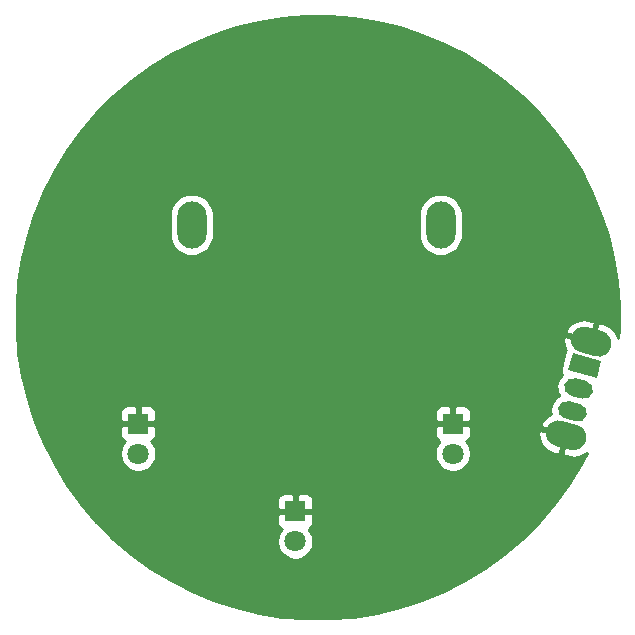
<source format=gbr>
%TF.GenerationSoftware,KiCad,Pcbnew,(5.1.8)-1*%
%TF.CreationDate,2022-03-30T16:17:14-07:00*%
%TF.ProjectId,Alpenglow_ChillySnowCloud_AllSilver_PCB,416c7065-6e67-46c6-9f77-5f4368696c6c,rev?*%
%TF.SameCoordinates,Original*%
%TF.FileFunction,Copper,L1,Top*%
%TF.FilePolarity,Positive*%
%FSLAX46Y46*%
G04 Gerber Fmt 4.6, Leading zero omitted, Abs format (unit mm)*
G04 Created by KiCad (PCBNEW (5.1.8)-1) date 2022-03-30 16:17:14*
%MOMM*%
%LPD*%
G01*
G04 APERTURE LIST*
%TA.AperFunction,ComponentPad*%
%ADD10C,0.100000*%
%TD*%
%TA.AperFunction,ComponentPad*%
%ADD11O,2.500000X4.000000*%
%TD*%
%TA.AperFunction,ComponentPad*%
%ADD12R,1.800000X1.800000*%
%TD*%
%TA.AperFunction,ComponentPad*%
%ADD13C,1.800000*%
%TD*%
%TA.AperFunction,Conductor*%
%ADD14C,0.254000*%
%TD*%
%TA.AperFunction,Conductor*%
%ADD15C,0.100000*%
%TD*%
G04 APERTURE END LIST*
%TO.P,SW1,*%
%TO.N,GND*%
%TA.AperFunction,ComponentPad*%
G36*
G01*
X131978053Y-109161398D02*
X133233757Y-109497862D01*
G75*
G02*
X134011574Y-110845081I-284701J-1062518D01*
G01*
X134011574Y-110845081D01*
G75*
G02*
X132664355Y-111622898I-1062518J284701D01*
G01*
X131408651Y-111286434D01*
G75*
G02*
X130630834Y-109939215I284701J1062518D01*
G01*
X130630834Y-109939215D01*
G75*
G02*
X131978053Y-109161398I1062518J-284701D01*
G01*
G37*
%TD.AperFunction*%
%TA.AperFunction,ComponentPad*%
G36*
G01*
X134100369Y-101240806D02*
X135356073Y-101577270D01*
G75*
G02*
X136133890Y-102924489I-284701J-1062518D01*
G01*
X136133890Y-102924489D01*
G75*
G02*
X134786671Y-103702306I-1062518J284701D01*
G01*
X133530967Y-103365842D01*
G75*
G02*
X132753150Y-102018623I284701J1062518D01*
G01*
X132753150Y-102018623D01*
G75*
G02*
X134100369Y-101240806I1062518J-284701D01*
G01*
G37*
%TD.AperFunction*%
%TO.P,SW1,3*%
%TO.N,/LED+*%
%TA.AperFunction,ComponentPad*%
G36*
G01*
X132575875Y-107509849D02*
X133541801Y-107768669D01*
G75*
G02*
X134072131Y-108687227I-194114J-724444D01*
G01*
X134072131Y-108687227D01*
G75*
G02*
X133153573Y-109217557I-724444J194114D01*
G01*
X132187647Y-108958737D01*
G75*
G02*
X131657317Y-108040179I194114J724444D01*
G01*
X131657317Y-108040179D01*
G75*
G02*
X132575875Y-107509849I724444J-194114D01*
G01*
G37*
%TD.AperFunction*%
%TO.P,SW1,2*%
%TO.N,VCC*%
%TA.AperFunction,ComponentPad*%
G36*
G01*
X133093513Y-105577998D02*
X134059439Y-105836818D01*
G75*
G02*
X134589769Y-106755376I-194114J-724444D01*
G01*
X134589769Y-106755376D01*
G75*
G02*
X133671211Y-107285706I-724444J194114D01*
G01*
X132705285Y-107026886D01*
G75*
G02*
X132174955Y-106108328I194114J724444D01*
G01*
X132174955Y-106108328D01*
G75*
G02*
X133093513Y-105577998I724444J-194114D01*
G01*
G37*
%TD.AperFunction*%
%TA.AperFunction,ComponentPad*%
D10*
%TO.P,SW1,1*%
%TO.N,Net-(SW1-Pad1)*%
G36*
X132886707Y-103452032D02*
G01*
X135301522Y-104099079D01*
X134913293Y-105547968D01*
X132498478Y-104900921D01*
X132886707Y-103452032D01*
G37*
%TD.AperFunction*%
%TD*%
D11*
%TO.P,BT1,1*%
%TO.N,VCC*%
X121716800Y-92583000D03*
X100634800Y-92583000D03*
%TD*%
D12*
%TO.P,D1,1*%
%TO.N,GND*%
X96088200Y-109397800D03*
D13*
%TO.P,D1,2*%
%TO.N,/LED+*%
X96088200Y-111937800D03*
%TD*%
D12*
%TO.P,D2,1*%
%TO.N,GND*%
X109397800Y-116840000D03*
D13*
%TO.P,D2,2*%
%TO.N,/LED+*%
X109397800Y-119380000D03*
%TD*%
%TO.P,D3,2*%
%TO.N,/LED+*%
X122732800Y-111937800D03*
D12*
%TO.P,D3,1*%
%TO.N,GND*%
X122732800Y-109397800D03*
%TD*%
D14*
%TO.N,GND*%
X114298884Y-75062553D02*
X116277593Y-75375950D01*
X118225613Y-75843628D01*
X120130934Y-76462705D01*
X121981810Y-77229363D01*
X123766829Y-78138875D01*
X125474986Y-79185635D01*
X127095749Y-80363188D01*
X128619126Y-81664275D01*
X130035725Y-83080874D01*
X131336812Y-84604251D01*
X132514365Y-86225014D01*
X133561125Y-87933171D01*
X134470637Y-89718190D01*
X135237295Y-91569066D01*
X135856372Y-93474387D01*
X136324050Y-95422407D01*
X136637447Y-97401116D01*
X136794629Y-99398313D01*
X136794629Y-101401687D01*
X136735759Y-102149703D01*
X136637426Y-101882274D01*
X136459551Y-101591307D01*
X136228328Y-101340633D01*
X135952645Y-101139885D01*
X135643095Y-100996777D01*
X135015244Y-100828545D01*
X134599063Y-102381753D01*
X134618382Y-102386929D01*
X134552641Y-102632275D01*
X134533323Y-102627099D01*
X134528147Y-102646418D01*
X134282801Y-102580677D01*
X134287977Y-102561359D01*
X132265208Y-102019359D01*
X132081527Y-102248757D01*
X132078936Y-102403872D01*
X132131922Y-102740760D01*
X132249614Y-103060838D01*
X132315345Y-103168361D01*
X132314438Y-103169820D01*
X132270377Y-103286887D01*
X131882148Y-104735776D01*
X131861772Y-104859189D01*
X131865865Y-104984206D01*
X131894268Y-105106023D01*
X131945892Y-105219957D01*
X131976127Y-105262150D01*
X131795290Y-105455228D01*
X131651221Y-105686908D01*
X131555120Y-105942243D01*
X131510678Y-106211419D01*
X131519605Y-106484094D01*
X131581555Y-106749788D01*
X131694151Y-106998291D01*
X131708768Y-107018689D01*
X131685912Y-107029045D01*
X131464150Y-107187956D01*
X131277652Y-107387079D01*
X131133583Y-107618759D01*
X131037482Y-107874094D01*
X130993040Y-108143270D01*
X131001967Y-108415945D01*
X131047626Y-108611769D01*
X131015395Y-108621815D01*
X130715867Y-108784862D01*
X130453904Y-109003211D01*
X130239572Y-109268472D01*
X130164258Y-109404100D01*
X130208632Y-109694606D01*
X132231401Y-110236605D01*
X132236577Y-110217286D01*
X132481923Y-110283027D01*
X132476747Y-110302345D01*
X132496066Y-110307521D01*
X132430325Y-110552867D01*
X132411007Y-110547691D01*
X131994826Y-112100899D01*
X132622677Y-112269132D01*
X132962309Y-112299972D01*
X133301432Y-112263960D01*
X133627013Y-112162481D01*
X133926541Y-111999434D01*
X134059590Y-111888537D01*
X133561125Y-112866829D01*
X132514365Y-114574986D01*
X131336812Y-116195749D01*
X130035725Y-117719126D01*
X128619126Y-119135725D01*
X127095749Y-120436812D01*
X125474986Y-121614365D01*
X123766829Y-122661125D01*
X121981810Y-123570637D01*
X120130934Y-124337295D01*
X118225613Y-124956372D01*
X116277593Y-125424050D01*
X114298884Y-125737447D01*
X112301687Y-125894629D01*
X110298313Y-125894629D01*
X108301116Y-125737447D01*
X106322407Y-125424050D01*
X104374387Y-124956372D01*
X102469066Y-124337295D01*
X100618190Y-123570637D01*
X98833171Y-122661125D01*
X97125014Y-121614365D01*
X95504251Y-120436812D01*
X93980874Y-119135725D01*
X92585149Y-117740000D01*
X107859728Y-117740000D01*
X107871988Y-117864482D01*
X107908298Y-117984180D01*
X107967263Y-118094494D01*
X108046615Y-118191185D01*
X108143306Y-118270537D01*
X108253620Y-118329502D01*
X108271927Y-118335056D01*
X108205488Y-118401495D01*
X108037501Y-118652905D01*
X107921789Y-118932257D01*
X107862800Y-119228816D01*
X107862800Y-119531184D01*
X107921789Y-119827743D01*
X108037501Y-120107095D01*
X108205488Y-120358505D01*
X108419295Y-120572312D01*
X108670705Y-120740299D01*
X108950057Y-120856011D01*
X109246616Y-120915000D01*
X109548984Y-120915000D01*
X109845543Y-120856011D01*
X110124895Y-120740299D01*
X110376305Y-120572312D01*
X110590112Y-120358505D01*
X110758099Y-120107095D01*
X110873811Y-119827743D01*
X110932800Y-119531184D01*
X110932800Y-119228816D01*
X110873811Y-118932257D01*
X110758099Y-118652905D01*
X110590112Y-118401495D01*
X110523673Y-118335056D01*
X110541980Y-118329502D01*
X110652294Y-118270537D01*
X110748985Y-118191185D01*
X110828337Y-118094494D01*
X110887302Y-117984180D01*
X110923612Y-117864482D01*
X110935872Y-117740000D01*
X110932800Y-117125750D01*
X110774050Y-116967000D01*
X109524800Y-116967000D01*
X109524800Y-116987000D01*
X109270800Y-116987000D01*
X109270800Y-116967000D01*
X108021550Y-116967000D01*
X107862800Y-117125750D01*
X107859728Y-117740000D01*
X92585149Y-117740000D01*
X92564275Y-117719126D01*
X91263188Y-116195749D01*
X91077376Y-115940000D01*
X107859728Y-115940000D01*
X107862800Y-116554250D01*
X108021550Y-116713000D01*
X109270800Y-116713000D01*
X109270800Y-115463750D01*
X109524800Y-115463750D01*
X109524800Y-116713000D01*
X110774050Y-116713000D01*
X110932800Y-116554250D01*
X110935872Y-115940000D01*
X110923612Y-115815518D01*
X110887302Y-115695820D01*
X110828337Y-115585506D01*
X110748985Y-115488815D01*
X110652294Y-115409463D01*
X110541980Y-115350498D01*
X110422282Y-115314188D01*
X110297800Y-115301928D01*
X109683550Y-115305000D01*
X109524800Y-115463750D01*
X109270800Y-115463750D01*
X109112050Y-115305000D01*
X108497800Y-115301928D01*
X108373318Y-115314188D01*
X108253620Y-115350498D01*
X108143306Y-115409463D01*
X108046615Y-115488815D01*
X107967263Y-115585506D01*
X107908298Y-115695820D01*
X107871988Y-115815518D01*
X107859728Y-115940000D01*
X91077376Y-115940000D01*
X90085635Y-114574986D01*
X89038875Y-112866829D01*
X88129363Y-111081810D01*
X87804616Y-110297800D01*
X94550128Y-110297800D01*
X94562388Y-110422282D01*
X94598698Y-110541980D01*
X94657663Y-110652294D01*
X94737015Y-110748985D01*
X94833706Y-110828337D01*
X94944020Y-110887302D01*
X94962327Y-110892856D01*
X94895888Y-110959295D01*
X94727901Y-111210705D01*
X94612189Y-111490057D01*
X94553200Y-111786616D01*
X94553200Y-112088984D01*
X94612189Y-112385543D01*
X94727901Y-112664895D01*
X94895888Y-112916305D01*
X95109695Y-113130112D01*
X95361105Y-113298099D01*
X95640457Y-113413811D01*
X95937016Y-113472800D01*
X96239384Y-113472800D01*
X96535943Y-113413811D01*
X96815295Y-113298099D01*
X97066705Y-113130112D01*
X97280512Y-112916305D01*
X97448499Y-112664895D01*
X97564211Y-112385543D01*
X97623200Y-112088984D01*
X97623200Y-111786616D01*
X97564211Y-111490057D01*
X97448499Y-111210705D01*
X97280512Y-110959295D01*
X97214073Y-110892856D01*
X97232380Y-110887302D01*
X97342694Y-110828337D01*
X97439385Y-110748985D01*
X97518737Y-110652294D01*
X97577702Y-110541980D01*
X97614012Y-110422282D01*
X97626272Y-110297800D01*
X121194728Y-110297800D01*
X121206988Y-110422282D01*
X121243298Y-110541980D01*
X121302263Y-110652294D01*
X121381615Y-110748985D01*
X121478306Y-110828337D01*
X121588620Y-110887302D01*
X121606927Y-110892856D01*
X121540488Y-110959295D01*
X121372501Y-111210705D01*
X121256789Y-111490057D01*
X121197800Y-111786616D01*
X121197800Y-112088984D01*
X121256789Y-112385543D01*
X121372501Y-112664895D01*
X121540488Y-112916305D01*
X121754295Y-113130112D01*
X122005705Y-113298099D01*
X122285057Y-113413811D01*
X122581616Y-113472800D01*
X122883984Y-113472800D01*
X123180543Y-113413811D01*
X123459895Y-113298099D01*
X123711305Y-113130112D01*
X123925112Y-112916305D01*
X124093099Y-112664895D01*
X124208811Y-112385543D01*
X124267800Y-112088984D01*
X124267800Y-111786616D01*
X124208811Y-111490057D01*
X124093099Y-111210705D01*
X123925112Y-110959295D01*
X123858673Y-110892856D01*
X123876980Y-110887302D01*
X123987294Y-110828337D01*
X124083985Y-110748985D01*
X124163337Y-110652294D01*
X124222302Y-110541980D01*
X124258612Y-110422282D01*
X124268245Y-110324464D01*
X129956620Y-110324464D01*
X130009606Y-110661352D01*
X130127298Y-110981430D01*
X130305173Y-111272397D01*
X130536396Y-111523071D01*
X130812079Y-111723819D01*
X131121629Y-111866927D01*
X131749480Y-112035159D01*
X132165661Y-110481951D01*
X130142892Y-109939951D01*
X129959211Y-110169349D01*
X129956620Y-110324464D01*
X124268245Y-110324464D01*
X124270872Y-110297800D01*
X124267800Y-109683550D01*
X124109050Y-109524800D01*
X122859800Y-109524800D01*
X122859800Y-109544800D01*
X122605800Y-109544800D01*
X122605800Y-109524800D01*
X121356550Y-109524800D01*
X121197800Y-109683550D01*
X121194728Y-110297800D01*
X97626272Y-110297800D01*
X97623200Y-109683550D01*
X97464450Y-109524800D01*
X96215200Y-109524800D01*
X96215200Y-109544800D01*
X95961200Y-109544800D01*
X95961200Y-109524800D01*
X94711950Y-109524800D01*
X94553200Y-109683550D01*
X94550128Y-110297800D01*
X87804616Y-110297800D01*
X87362705Y-109230934D01*
X87124496Y-108497800D01*
X94550128Y-108497800D01*
X94553200Y-109112050D01*
X94711950Y-109270800D01*
X95961200Y-109270800D01*
X95961200Y-108021550D01*
X96215200Y-108021550D01*
X96215200Y-109270800D01*
X97464450Y-109270800D01*
X97623200Y-109112050D01*
X97626272Y-108497800D01*
X121194728Y-108497800D01*
X121197800Y-109112050D01*
X121356550Y-109270800D01*
X122605800Y-109270800D01*
X122605800Y-108021550D01*
X122859800Y-108021550D01*
X122859800Y-109270800D01*
X124109050Y-109270800D01*
X124267800Y-109112050D01*
X124270872Y-108497800D01*
X124258612Y-108373318D01*
X124222302Y-108253620D01*
X124163337Y-108143306D01*
X124083985Y-108046615D01*
X123987294Y-107967263D01*
X123876980Y-107908298D01*
X123757282Y-107871988D01*
X123632800Y-107859728D01*
X123018550Y-107862800D01*
X122859800Y-108021550D01*
X122605800Y-108021550D01*
X122447050Y-107862800D01*
X121832800Y-107859728D01*
X121708318Y-107871988D01*
X121588620Y-107908298D01*
X121478306Y-107967263D01*
X121381615Y-108046615D01*
X121302263Y-108143306D01*
X121243298Y-108253620D01*
X121206988Y-108373318D01*
X121194728Y-108497800D01*
X97626272Y-108497800D01*
X97614012Y-108373318D01*
X97577702Y-108253620D01*
X97518737Y-108143306D01*
X97439385Y-108046615D01*
X97342694Y-107967263D01*
X97232380Y-107908298D01*
X97112682Y-107871988D01*
X96988200Y-107859728D01*
X96373950Y-107862800D01*
X96215200Y-108021550D01*
X95961200Y-108021550D01*
X95802450Y-107862800D01*
X95188200Y-107859728D01*
X95063718Y-107871988D01*
X94944020Y-107908298D01*
X94833706Y-107967263D01*
X94737015Y-108046615D01*
X94657663Y-108143306D01*
X94598698Y-108253620D01*
X94562388Y-108373318D01*
X94550128Y-108497800D01*
X87124496Y-108497800D01*
X86743628Y-107325613D01*
X86275950Y-105377593D01*
X85962553Y-103398884D01*
X85811811Y-101483508D01*
X132286574Y-101483508D01*
X132330948Y-101774014D01*
X134353717Y-102316013D01*
X134769898Y-100762805D01*
X134142047Y-100594572D01*
X133802415Y-100563732D01*
X133463292Y-100599744D01*
X133137711Y-100701223D01*
X132838183Y-100864270D01*
X132576220Y-101082619D01*
X132361888Y-101347880D01*
X132286574Y-101483508D01*
X85811811Y-101483508D01*
X85805371Y-101401687D01*
X85805371Y-99398313D01*
X85962553Y-97401116D01*
X86275950Y-95422407D01*
X86743628Y-93474387D01*
X87307034Y-91740403D01*
X98749800Y-91740403D01*
X98749800Y-93425596D01*
X98777075Y-93702523D01*
X98884861Y-94057847D01*
X99059897Y-94385317D01*
X99295455Y-94672345D01*
X99582483Y-94907903D01*
X99909952Y-95082939D01*
X100265276Y-95190725D01*
X100634800Y-95227120D01*
X101004323Y-95190725D01*
X101359647Y-95082939D01*
X101687117Y-94907903D01*
X101974145Y-94672345D01*
X102209703Y-94385317D01*
X102384739Y-94057848D01*
X102492525Y-93702524D01*
X102519800Y-93425597D01*
X102519800Y-91740403D01*
X119831800Y-91740403D01*
X119831800Y-93425596D01*
X119859075Y-93702523D01*
X119966861Y-94057847D01*
X120141897Y-94385317D01*
X120377455Y-94672345D01*
X120664483Y-94907903D01*
X120991952Y-95082939D01*
X121347276Y-95190725D01*
X121716800Y-95227120D01*
X122086323Y-95190725D01*
X122441647Y-95082939D01*
X122769117Y-94907903D01*
X123056145Y-94672345D01*
X123291703Y-94385317D01*
X123466739Y-94057848D01*
X123574525Y-93702524D01*
X123601800Y-93425597D01*
X123601800Y-91740403D01*
X123574525Y-91463476D01*
X123466739Y-91108152D01*
X123291703Y-90780683D01*
X123056145Y-90493655D01*
X122769117Y-90258097D01*
X122441648Y-90083061D01*
X122086324Y-89975275D01*
X121716800Y-89938880D01*
X121347277Y-89975275D01*
X120991953Y-90083061D01*
X120664484Y-90258097D01*
X120377456Y-90493655D01*
X120141898Y-90780683D01*
X119966862Y-91108152D01*
X119859075Y-91463476D01*
X119831800Y-91740403D01*
X102519800Y-91740403D01*
X102492525Y-91463476D01*
X102384739Y-91108152D01*
X102209703Y-90780683D01*
X101974145Y-90493655D01*
X101687117Y-90258097D01*
X101359648Y-90083061D01*
X101004324Y-89975275D01*
X100634800Y-89938880D01*
X100265277Y-89975275D01*
X99909953Y-90083061D01*
X99582484Y-90258097D01*
X99295456Y-90493655D01*
X99059898Y-90780683D01*
X98884862Y-91108152D01*
X98777075Y-91463476D01*
X98749800Y-91740403D01*
X87307034Y-91740403D01*
X87362705Y-91569066D01*
X88129363Y-89718190D01*
X89038875Y-87933171D01*
X90085635Y-86225014D01*
X91263188Y-84604251D01*
X92564275Y-83080874D01*
X93980874Y-81664275D01*
X95504251Y-80363188D01*
X97125014Y-79185635D01*
X98833171Y-78138875D01*
X100618190Y-77229363D01*
X102469066Y-76462705D01*
X104374387Y-75843628D01*
X106322407Y-75375950D01*
X108301116Y-75062553D01*
X110298313Y-74905371D01*
X112301687Y-74905371D01*
X114298884Y-75062553D01*
%TA.AperFunction,Conductor*%
D15*
G36*
X114298884Y-75062553D02*
G01*
X116277593Y-75375950D01*
X118225613Y-75843628D01*
X120130934Y-76462705D01*
X121981810Y-77229363D01*
X123766829Y-78138875D01*
X125474986Y-79185635D01*
X127095749Y-80363188D01*
X128619126Y-81664275D01*
X130035725Y-83080874D01*
X131336812Y-84604251D01*
X132514365Y-86225014D01*
X133561125Y-87933171D01*
X134470637Y-89718190D01*
X135237295Y-91569066D01*
X135856372Y-93474387D01*
X136324050Y-95422407D01*
X136637447Y-97401116D01*
X136794629Y-99398313D01*
X136794629Y-101401687D01*
X136735759Y-102149703D01*
X136637426Y-101882274D01*
X136459551Y-101591307D01*
X136228328Y-101340633D01*
X135952645Y-101139885D01*
X135643095Y-100996777D01*
X135015244Y-100828545D01*
X134599063Y-102381753D01*
X134618382Y-102386929D01*
X134552641Y-102632275D01*
X134533323Y-102627099D01*
X134528147Y-102646418D01*
X134282801Y-102580677D01*
X134287977Y-102561359D01*
X132265208Y-102019359D01*
X132081527Y-102248757D01*
X132078936Y-102403872D01*
X132131922Y-102740760D01*
X132249614Y-103060838D01*
X132315345Y-103168361D01*
X132314438Y-103169820D01*
X132270377Y-103286887D01*
X131882148Y-104735776D01*
X131861772Y-104859189D01*
X131865865Y-104984206D01*
X131894268Y-105106023D01*
X131945892Y-105219957D01*
X131976127Y-105262150D01*
X131795290Y-105455228D01*
X131651221Y-105686908D01*
X131555120Y-105942243D01*
X131510678Y-106211419D01*
X131519605Y-106484094D01*
X131581555Y-106749788D01*
X131694151Y-106998291D01*
X131708768Y-107018689D01*
X131685912Y-107029045D01*
X131464150Y-107187956D01*
X131277652Y-107387079D01*
X131133583Y-107618759D01*
X131037482Y-107874094D01*
X130993040Y-108143270D01*
X131001967Y-108415945D01*
X131047626Y-108611769D01*
X131015395Y-108621815D01*
X130715867Y-108784862D01*
X130453904Y-109003211D01*
X130239572Y-109268472D01*
X130164258Y-109404100D01*
X130208632Y-109694606D01*
X132231401Y-110236605D01*
X132236577Y-110217286D01*
X132481923Y-110283027D01*
X132476747Y-110302345D01*
X132496066Y-110307521D01*
X132430325Y-110552867D01*
X132411007Y-110547691D01*
X131994826Y-112100899D01*
X132622677Y-112269132D01*
X132962309Y-112299972D01*
X133301432Y-112263960D01*
X133627013Y-112162481D01*
X133926541Y-111999434D01*
X134059590Y-111888537D01*
X133561125Y-112866829D01*
X132514365Y-114574986D01*
X131336812Y-116195749D01*
X130035725Y-117719126D01*
X128619126Y-119135725D01*
X127095749Y-120436812D01*
X125474986Y-121614365D01*
X123766829Y-122661125D01*
X121981810Y-123570637D01*
X120130934Y-124337295D01*
X118225613Y-124956372D01*
X116277593Y-125424050D01*
X114298884Y-125737447D01*
X112301687Y-125894629D01*
X110298313Y-125894629D01*
X108301116Y-125737447D01*
X106322407Y-125424050D01*
X104374387Y-124956372D01*
X102469066Y-124337295D01*
X100618190Y-123570637D01*
X98833171Y-122661125D01*
X97125014Y-121614365D01*
X95504251Y-120436812D01*
X93980874Y-119135725D01*
X92585149Y-117740000D01*
X107859728Y-117740000D01*
X107871988Y-117864482D01*
X107908298Y-117984180D01*
X107967263Y-118094494D01*
X108046615Y-118191185D01*
X108143306Y-118270537D01*
X108253620Y-118329502D01*
X108271927Y-118335056D01*
X108205488Y-118401495D01*
X108037501Y-118652905D01*
X107921789Y-118932257D01*
X107862800Y-119228816D01*
X107862800Y-119531184D01*
X107921789Y-119827743D01*
X108037501Y-120107095D01*
X108205488Y-120358505D01*
X108419295Y-120572312D01*
X108670705Y-120740299D01*
X108950057Y-120856011D01*
X109246616Y-120915000D01*
X109548984Y-120915000D01*
X109845543Y-120856011D01*
X110124895Y-120740299D01*
X110376305Y-120572312D01*
X110590112Y-120358505D01*
X110758099Y-120107095D01*
X110873811Y-119827743D01*
X110932800Y-119531184D01*
X110932800Y-119228816D01*
X110873811Y-118932257D01*
X110758099Y-118652905D01*
X110590112Y-118401495D01*
X110523673Y-118335056D01*
X110541980Y-118329502D01*
X110652294Y-118270537D01*
X110748985Y-118191185D01*
X110828337Y-118094494D01*
X110887302Y-117984180D01*
X110923612Y-117864482D01*
X110935872Y-117740000D01*
X110932800Y-117125750D01*
X110774050Y-116967000D01*
X109524800Y-116967000D01*
X109524800Y-116987000D01*
X109270800Y-116987000D01*
X109270800Y-116967000D01*
X108021550Y-116967000D01*
X107862800Y-117125750D01*
X107859728Y-117740000D01*
X92585149Y-117740000D01*
X92564275Y-117719126D01*
X91263188Y-116195749D01*
X91077376Y-115940000D01*
X107859728Y-115940000D01*
X107862800Y-116554250D01*
X108021550Y-116713000D01*
X109270800Y-116713000D01*
X109270800Y-115463750D01*
X109524800Y-115463750D01*
X109524800Y-116713000D01*
X110774050Y-116713000D01*
X110932800Y-116554250D01*
X110935872Y-115940000D01*
X110923612Y-115815518D01*
X110887302Y-115695820D01*
X110828337Y-115585506D01*
X110748985Y-115488815D01*
X110652294Y-115409463D01*
X110541980Y-115350498D01*
X110422282Y-115314188D01*
X110297800Y-115301928D01*
X109683550Y-115305000D01*
X109524800Y-115463750D01*
X109270800Y-115463750D01*
X109112050Y-115305000D01*
X108497800Y-115301928D01*
X108373318Y-115314188D01*
X108253620Y-115350498D01*
X108143306Y-115409463D01*
X108046615Y-115488815D01*
X107967263Y-115585506D01*
X107908298Y-115695820D01*
X107871988Y-115815518D01*
X107859728Y-115940000D01*
X91077376Y-115940000D01*
X90085635Y-114574986D01*
X89038875Y-112866829D01*
X88129363Y-111081810D01*
X87804616Y-110297800D01*
X94550128Y-110297800D01*
X94562388Y-110422282D01*
X94598698Y-110541980D01*
X94657663Y-110652294D01*
X94737015Y-110748985D01*
X94833706Y-110828337D01*
X94944020Y-110887302D01*
X94962327Y-110892856D01*
X94895888Y-110959295D01*
X94727901Y-111210705D01*
X94612189Y-111490057D01*
X94553200Y-111786616D01*
X94553200Y-112088984D01*
X94612189Y-112385543D01*
X94727901Y-112664895D01*
X94895888Y-112916305D01*
X95109695Y-113130112D01*
X95361105Y-113298099D01*
X95640457Y-113413811D01*
X95937016Y-113472800D01*
X96239384Y-113472800D01*
X96535943Y-113413811D01*
X96815295Y-113298099D01*
X97066705Y-113130112D01*
X97280512Y-112916305D01*
X97448499Y-112664895D01*
X97564211Y-112385543D01*
X97623200Y-112088984D01*
X97623200Y-111786616D01*
X97564211Y-111490057D01*
X97448499Y-111210705D01*
X97280512Y-110959295D01*
X97214073Y-110892856D01*
X97232380Y-110887302D01*
X97342694Y-110828337D01*
X97439385Y-110748985D01*
X97518737Y-110652294D01*
X97577702Y-110541980D01*
X97614012Y-110422282D01*
X97626272Y-110297800D01*
X121194728Y-110297800D01*
X121206988Y-110422282D01*
X121243298Y-110541980D01*
X121302263Y-110652294D01*
X121381615Y-110748985D01*
X121478306Y-110828337D01*
X121588620Y-110887302D01*
X121606927Y-110892856D01*
X121540488Y-110959295D01*
X121372501Y-111210705D01*
X121256789Y-111490057D01*
X121197800Y-111786616D01*
X121197800Y-112088984D01*
X121256789Y-112385543D01*
X121372501Y-112664895D01*
X121540488Y-112916305D01*
X121754295Y-113130112D01*
X122005705Y-113298099D01*
X122285057Y-113413811D01*
X122581616Y-113472800D01*
X122883984Y-113472800D01*
X123180543Y-113413811D01*
X123459895Y-113298099D01*
X123711305Y-113130112D01*
X123925112Y-112916305D01*
X124093099Y-112664895D01*
X124208811Y-112385543D01*
X124267800Y-112088984D01*
X124267800Y-111786616D01*
X124208811Y-111490057D01*
X124093099Y-111210705D01*
X123925112Y-110959295D01*
X123858673Y-110892856D01*
X123876980Y-110887302D01*
X123987294Y-110828337D01*
X124083985Y-110748985D01*
X124163337Y-110652294D01*
X124222302Y-110541980D01*
X124258612Y-110422282D01*
X124268245Y-110324464D01*
X129956620Y-110324464D01*
X130009606Y-110661352D01*
X130127298Y-110981430D01*
X130305173Y-111272397D01*
X130536396Y-111523071D01*
X130812079Y-111723819D01*
X131121629Y-111866927D01*
X131749480Y-112035159D01*
X132165661Y-110481951D01*
X130142892Y-109939951D01*
X129959211Y-110169349D01*
X129956620Y-110324464D01*
X124268245Y-110324464D01*
X124270872Y-110297800D01*
X124267800Y-109683550D01*
X124109050Y-109524800D01*
X122859800Y-109524800D01*
X122859800Y-109544800D01*
X122605800Y-109544800D01*
X122605800Y-109524800D01*
X121356550Y-109524800D01*
X121197800Y-109683550D01*
X121194728Y-110297800D01*
X97626272Y-110297800D01*
X97623200Y-109683550D01*
X97464450Y-109524800D01*
X96215200Y-109524800D01*
X96215200Y-109544800D01*
X95961200Y-109544800D01*
X95961200Y-109524800D01*
X94711950Y-109524800D01*
X94553200Y-109683550D01*
X94550128Y-110297800D01*
X87804616Y-110297800D01*
X87362705Y-109230934D01*
X87124496Y-108497800D01*
X94550128Y-108497800D01*
X94553200Y-109112050D01*
X94711950Y-109270800D01*
X95961200Y-109270800D01*
X95961200Y-108021550D01*
X96215200Y-108021550D01*
X96215200Y-109270800D01*
X97464450Y-109270800D01*
X97623200Y-109112050D01*
X97626272Y-108497800D01*
X121194728Y-108497800D01*
X121197800Y-109112050D01*
X121356550Y-109270800D01*
X122605800Y-109270800D01*
X122605800Y-108021550D01*
X122859800Y-108021550D01*
X122859800Y-109270800D01*
X124109050Y-109270800D01*
X124267800Y-109112050D01*
X124270872Y-108497800D01*
X124258612Y-108373318D01*
X124222302Y-108253620D01*
X124163337Y-108143306D01*
X124083985Y-108046615D01*
X123987294Y-107967263D01*
X123876980Y-107908298D01*
X123757282Y-107871988D01*
X123632800Y-107859728D01*
X123018550Y-107862800D01*
X122859800Y-108021550D01*
X122605800Y-108021550D01*
X122447050Y-107862800D01*
X121832800Y-107859728D01*
X121708318Y-107871988D01*
X121588620Y-107908298D01*
X121478306Y-107967263D01*
X121381615Y-108046615D01*
X121302263Y-108143306D01*
X121243298Y-108253620D01*
X121206988Y-108373318D01*
X121194728Y-108497800D01*
X97626272Y-108497800D01*
X97614012Y-108373318D01*
X97577702Y-108253620D01*
X97518737Y-108143306D01*
X97439385Y-108046615D01*
X97342694Y-107967263D01*
X97232380Y-107908298D01*
X97112682Y-107871988D01*
X96988200Y-107859728D01*
X96373950Y-107862800D01*
X96215200Y-108021550D01*
X95961200Y-108021550D01*
X95802450Y-107862800D01*
X95188200Y-107859728D01*
X95063718Y-107871988D01*
X94944020Y-107908298D01*
X94833706Y-107967263D01*
X94737015Y-108046615D01*
X94657663Y-108143306D01*
X94598698Y-108253620D01*
X94562388Y-108373318D01*
X94550128Y-108497800D01*
X87124496Y-108497800D01*
X86743628Y-107325613D01*
X86275950Y-105377593D01*
X85962553Y-103398884D01*
X85811811Y-101483508D01*
X132286574Y-101483508D01*
X132330948Y-101774014D01*
X134353717Y-102316013D01*
X134769898Y-100762805D01*
X134142047Y-100594572D01*
X133802415Y-100563732D01*
X133463292Y-100599744D01*
X133137711Y-100701223D01*
X132838183Y-100864270D01*
X132576220Y-101082619D01*
X132361888Y-101347880D01*
X132286574Y-101483508D01*
X85811811Y-101483508D01*
X85805371Y-101401687D01*
X85805371Y-99398313D01*
X85962553Y-97401116D01*
X86275950Y-95422407D01*
X86743628Y-93474387D01*
X87307034Y-91740403D01*
X98749800Y-91740403D01*
X98749800Y-93425596D01*
X98777075Y-93702523D01*
X98884861Y-94057847D01*
X99059897Y-94385317D01*
X99295455Y-94672345D01*
X99582483Y-94907903D01*
X99909952Y-95082939D01*
X100265276Y-95190725D01*
X100634800Y-95227120D01*
X101004323Y-95190725D01*
X101359647Y-95082939D01*
X101687117Y-94907903D01*
X101974145Y-94672345D01*
X102209703Y-94385317D01*
X102384739Y-94057848D01*
X102492525Y-93702524D01*
X102519800Y-93425597D01*
X102519800Y-91740403D01*
X119831800Y-91740403D01*
X119831800Y-93425596D01*
X119859075Y-93702523D01*
X119966861Y-94057847D01*
X120141897Y-94385317D01*
X120377455Y-94672345D01*
X120664483Y-94907903D01*
X120991952Y-95082939D01*
X121347276Y-95190725D01*
X121716800Y-95227120D01*
X122086323Y-95190725D01*
X122441647Y-95082939D01*
X122769117Y-94907903D01*
X123056145Y-94672345D01*
X123291703Y-94385317D01*
X123466739Y-94057848D01*
X123574525Y-93702524D01*
X123601800Y-93425597D01*
X123601800Y-91740403D01*
X123574525Y-91463476D01*
X123466739Y-91108152D01*
X123291703Y-90780683D01*
X123056145Y-90493655D01*
X122769117Y-90258097D01*
X122441648Y-90083061D01*
X122086324Y-89975275D01*
X121716800Y-89938880D01*
X121347277Y-89975275D01*
X120991953Y-90083061D01*
X120664484Y-90258097D01*
X120377456Y-90493655D01*
X120141898Y-90780683D01*
X119966862Y-91108152D01*
X119859075Y-91463476D01*
X119831800Y-91740403D01*
X102519800Y-91740403D01*
X102492525Y-91463476D01*
X102384739Y-91108152D01*
X102209703Y-90780683D01*
X101974145Y-90493655D01*
X101687117Y-90258097D01*
X101359648Y-90083061D01*
X101004324Y-89975275D01*
X100634800Y-89938880D01*
X100265277Y-89975275D01*
X99909953Y-90083061D01*
X99582484Y-90258097D01*
X99295456Y-90493655D01*
X99059898Y-90780683D01*
X98884862Y-91108152D01*
X98777075Y-91463476D01*
X98749800Y-91740403D01*
X87307034Y-91740403D01*
X87362705Y-91569066D01*
X88129363Y-89718190D01*
X89038875Y-87933171D01*
X90085635Y-86225014D01*
X91263188Y-84604251D01*
X92564275Y-83080874D01*
X93980874Y-81664275D01*
X95504251Y-80363188D01*
X97125014Y-79185635D01*
X98833171Y-78138875D01*
X100618190Y-77229363D01*
X102469066Y-76462705D01*
X104374387Y-75843628D01*
X106322407Y-75375950D01*
X108301116Y-75062553D01*
X110298313Y-74905371D01*
X112301687Y-74905371D01*
X114298884Y-75062553D01*
G37*
%TD.AperFunction*%
%TD*%
M02*

</source>
